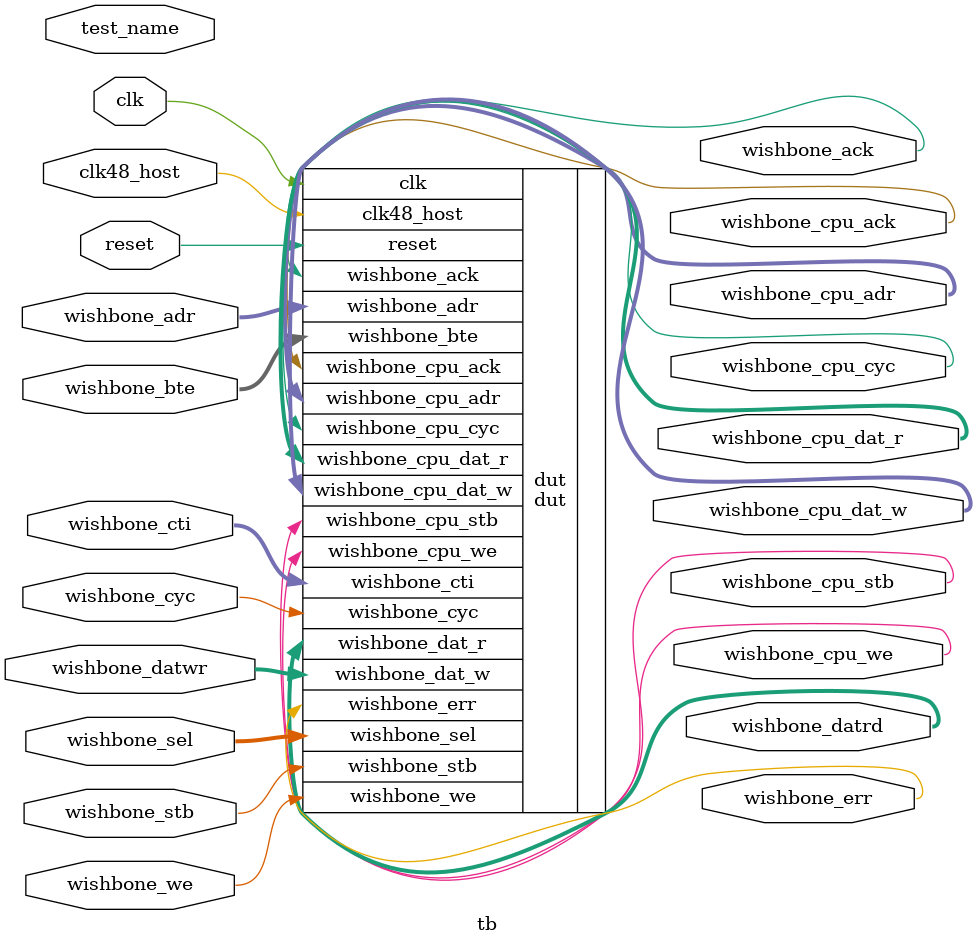
<source format=v>
`timescale 100ps / 1ps

module tb(
	input clk,
	input clk48_host,
	input reset,
	input [29:0] wishbone_adr,
	output [31:0] wishbone_datrd,
	input [31:0] wishbone_datwr,
	input [3:0] wishbone_sel,
	input wishbone_cyc,
	input wishbone_stb,
	output wishbone_ack,
	input wishbone_we,
	input [2:0] wishbone_cti,
	input [1:0] wishbone_bte,
	input [4095:0] test_name,
	output wishbone_err,
	output [29:0] wishbone_cpu_adr,
	output [31:0] wishbone_cpu_dat_r,
	output [31:0] wishbone_cpu_dat_w,
	output wishbone_cpu_we,
	output wishbone_cpu_cyc,
	output wishbone_cpu_stb,
	output wishbone_cpu_ack
);

dut dut (
	.clk(clk),
	.clk48_host(clk48_host),
	.reset(reset),
	.wishbone_adr(wishbone_adr),
	.wishbone_dat_r(wishbone_datrd),
	.wishbone_dat_w(wishbone_datwr),
	.wishbone_sel(wishbone_sel),
	.wishbone_cyc(wishbone_cyc),
	.wishbone_stb(wishbone_stb),
	.wishbone_ack(wishbone_ack),
	.wishbone_we(wishbone_we),
	.wishbone_cti(wishbone_cti),
	.wishbone_bte(wishbone_bte),
	.wishbone_err(wishbone_err),
	.wishbone_cpu_adr(wishbone_cpu_adr),
	.wishbone_cpu_dat_r(wishbone_cpu_dat_r),
	.wishbone_cpu_dat_w(wishbone_cpu_dat_w),
	.wishbone_cpu_we(wishbone_cpu_we),
	.wishbone_cpu_cyc(wishbone_cpu_cyc),
	.wishbone_cpu_stb(wishbone_cpu_stb),
	.wishbone_cpu_ack(wishbone_cpu_ack)
);

  // Dump waves
  initial begin
    $dumpfile("dump.vcd");
    $dumpvars(0, tb);
  end

endmodule


</source>
